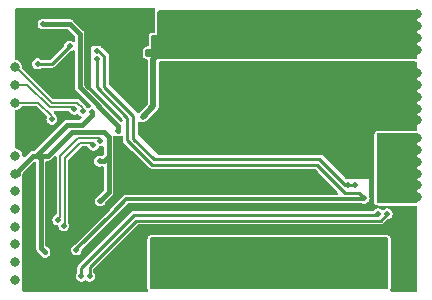
<source format=gbr>
%TF.GenerationSoftware,KiCad,Pcbnew,7.0.9*%
%TF.CreationDate,2024-04-04T22:54:04+08:00*%
%TF.ProjectId,power_module_v0.1,706f7765-725f-46d6-9f64-756c655f7630,rev?*%
%TF.SameCoordinates,Original*%
%TF.FileFunction,Copper,L3,Inr*%
%TF.FilePolarity,Positive*%
%FSLAX46Y46*%
G04 Gerber Fmt 4.6, Leading zero omitted, Abs format (unit mm)*
G04 Created by KiCad (PCBNEW 7.0.9) date 2024-04-04 22:54:04*
%MOMM*%
%LPD*%
G01*
G04 APERTURE LIST*
%TA.AperFunction,NonConductor*%
%ADD10C,0.200000*%
%TD*%
%TA.AperFunction,ViaPad*%
%ADD11C,0.800000*%
%TD*%
%TA.AperFunction,ViaPad*%
%ADD12C,0.500000*%
%TD*%
%TA.AperFunction,Conductor*%
%ADD13C,0.200000*%
%TD*%
%TA.AperFunction,Conductor*%
%ADD14C,0.250000*%
%TD*%
%TA.AperFunction,Conductor*%
%ADD15C,0.400000*%
%TD*%
%TA.AperFunction,Conductor*%
%ADD16C,0.300000*%
%TD*%
%TA.AperFunction,Conductor*%
%ADD17C,0.500000*%
%TD*%
G04 APERTURE END LIST*
D10*
X116916228Y-102500000D02*
G75*
G03*
X116916228Y-102500000I-316228J0D01*
G01*
D11*
%TO.N,Net-(U1-NRST)*%
X116600000Y-98000000D03*
D12*
X119700000Y-99400000D03*
%TO.N,GNDA*%
X148600000Y-96000000D03*
X137570000Y-108630000D03*
X145070000Y-108630000D03*
X144850000Y-98250000D03*
X120630000Y-112860000D03*
X135850000Y-102000000D03*
X136600000Y-95250000D03*
X137350000Y-101250000D03*
X126800000Y-95600000D03*
X139600000Y-101250000D03*
X138100000Y-104000000D03*
X134340000Y-106800000D03*
X126200000Y-104350000D03*
X128700000Y-101700000D03*
X149350000Y-95250000D03*
X124400000Y-113700000D03*
X143350000Y-101250000D03*
X126800000Y-93800000D03*
X140350000Y-102000000D03*
X147100000Y-97500000D03*
X136600000Y-98250000D03*
X149350000Y-96000000D03*
X134600000Y-96000000D03*
X134350000Y-99750000D03*
X138850000Y-104000000D03*
X124200000Y-90500000D03*
X117740000Y-107130000D03*
X134350000Y-104750000D03*
X138850000Y-105500000D03*
X136590000Y-106800000D03*
X139600000Y-100500000D03*
X117650000Y-98850000D03*
X134600000Y-96750000D03*
X136600000Y-99750000D03*
X136600000Y-102000000D03*
X138100000Y-99000000D03*
X133600000Y-104750000D03*
X144850000Y-103500000D03*
X141850000Y-104750000D03*
X121250000Y-99100000D03*
X142600000Y-100500000D03*
X139600000Y-104000000D03*
X122250000Y-91000000D03*
X137350000Y-99750000D03*
X141850000Y-99000000D03*
X129000000Y-95400000D03*
X138850000Y-95250000D03*
X139600000Y-97500000D03*
X138850000Y-104750000D03*
X122800000Y-96650000D03*
X142600000Y-97500000D03*
X138100000Y-100500000D03*
X148600000Y-95250000D03*
X138100000Y-104000000D03*
X123000000Y-90500000D03*
X125800000Y-102000000D03*
X126200000Y-96200000D03*
X119850000Y-105049500D03*
X120550000Y-92400000D03*
X146350000Y-98250000D03*
X128100000Y-100750000D03*
X138100000Y-104750000D03*
X135100000Y-104000000D03*
X137350000Y-100500000D03*
X130400000Y-96000000D03*
X122000000Y-103300000D03*
X135850000Y-98250000D03*
X124250000Y-91600000D03*
X136600000Y-104750000D03*
X135100000Y-97500000D03*
X135570000Y-108630000D03*
X117480000Y-104760000D03*
X138850000Y-97500000D03*
X137350000Y-104000000D03*
X137340000Y-106800000D03*
X144850000Y-101250000D03*
X136600000Y-104000000D03*
X141100000Y-104000000D03*
X125950000Y-113600000D03*
X122800000Y-113700000D03*
X147100000Y-96000000D03*
X125230000Y-107980000D03*
X134570000Y-108630000D03*
X144100000Y-96750000D03*
X121442984Y-102900000D03*
X124100000Y-111500000D03*
X144840000Y-106800000D03*
X126200000Y-103700000D03*
X136600000Y-99000000D03*
D11*
X116600000Y-102500000D03*
D12*
X119400000Y-96400000D03*
X122418886Y-91631114D03*
X126205014Y-105550500D03*
X136570000Y-108630000D03*
X148600000Y-99000000D03*
X122200000Y-109000000D03*
X141570000Y-108630000D03*
X140350000Y-100500000D03*
X137350000Y-104750000D03*
X143350000Y-102000000D03*
X142600000Y-98250000D03*
X135850000Y-104000000D03*
X141100000Y-102000000D03*
X141100000Y-101250000D03*
X143350000Y-95250000D03*
X121400000Y-95000000D03*
X135100000Y-104750000D03*
X146350000Y-96000000D03*
X144050000Y-103450000D03*
X133570000Y-108630000D03*
D11*
X150600000Y-99500000D03*
D12*
X132100000Y-95400000D03*
X144100000Y-96000000D03*
X140350000Y-101250000D03*
X140350000Y-97500000D03*
X117000000Y-99600000D03*
X140570000Y-108630000D03*
X139600000Y-104000000D03*
X126200000Y-95000000D03*
X125600000Y-94400000D03*
X121100000Y-109400000D03*
X143350000Y-105500000D03*
X126150000Y-109500000D03*
X138850000Y-99750000D03*
X140350000Y-95250000D03*
X134350000Y-100500000D03*
X122700000Y-94000000D03*
X148600000Y-96750000D03*
X138570000Y-108630000D03*
X121700000Y-90500000D03*
X135100000Y-100500000D03*
X140350000Y-99750000D03*
X135100000Y-99750000D03*
X141850000Y-95250000D03*
X138100000Y-105500000D03*
X142600000Y-105500000D03*
X120750000Y-97250000D03*
X134350000Y-104000000D03*
X133590000Y-106800000D03*
X142600000Y-104750000D03*
X147850000Y-96750000D03*
X134350000Y-101250000D03*
X117200000Y-90500000D03*
X137350000Y-99000000D03*
X125600000Y-96200000D03*
X135850000Y-104000000D03*
X136600000Y-104000000D03*
X140350000Y-104750000D03*
X138100000Y-98250000D03*
X121350000Y-92400000D03*
X121400000Y-96700000D03*
X144850000Y-102000000D03*
X148600000Y-99750000D03*
X133600000Y-105500000D03*
X122699500Y-93200000D03*
X126200000Y-106900000D03*
X141840000Y-106800000D03*
X133600000Y-101250000D03*
X137350000Y-102000000D03*
X147100000Y-96750000D03*
X120100000Y-96400000D03*
X136600000Y-105500000D03*
X139600000Y-99750000D03*
X141100000Y-97500000D03*
X138850000Y-98250000D03*
X145350000Y-105000000D03*
X126200000Y-103100000D03*
X135850000Y-105500000D03*
X138100000Y-105500000D03*
X117325000Y-92175000D03*
X117850000Y-94000000D03*
X126800000Y-95000000D03*
X137350000Y-104750000D03*
X143570000Y-108630000D03*
X149350000Y-99000000D03*
X126500000Y-96700000D03*
D11*
X150600000Y-95500000D03*
D12*
X144850000Y-102750000D03*
X126150000Y-110400000D03*
X137350000Y-104000000D03*
X138100000Y-97500000D03*
X117680000Y-99600000D03*
X137350000Y-105500000D03*
X124250000Y-92350000D03*
X129000000Y-96000000D03*
X121400000Y-95700000D03*
X135850000Y-95250000D03*
X138850000Y-99000000D03*
X140350000Y-104000000D03*
X146350000Y-96750000D03*
X136600000Y-101250000D03*
X122200000Y-108200000D03*
X126200000Y-93800000D03*
X144100000Y-95250000D03*
X138850000Y-100500000D03*
X142600000Y-96750000D03*
X135100000Y-102000000D03*
X140340000Y-106800000D03*
X141100000Y-99000000D03*
X135850000Y-101250000D03*
X122100000Y-113700000D03*
X137350000Y-97500000D03*
X121100000Y-110200000D03*
X146350000Y-95250000D03*
X122950000Y-92400000D03*
X144100000Y-100500000D03*
X119990000Y-109590000D03*
X147850000Y-97500000D03*
X142570000Y-108630000D03*
X119450498Y-103255169D03*
X141850000Y-96000000D03*
X122000000Y-102500000D03*
X138840000Y-106800000D03*
X144850000Y-95250000D03*
X141100000Y-99750000D03*
X145600000Y-95250000D03*
X121400000Y-97300000D03*
X139570000Y-108630000D03*
X125600000Y-93800000D03*
X138100000Y-104000000D03*
X149350000Y-97500000D03*
X119700000Y-113700000D03*
X120020000Y-110390000D03*
X145600000Y-99000000D03*
X147100000Y-99000000D03*
X135840000Y-106800000D03*
X117000000Y-98850000D03*
X135100000Y-101250000D03*
X147850000Y-98250000D03*
X125100000Y-113700000D03*
X138100000Y-102000000D03*
X126200000Y-94400000D03*
X142600000Y-99750000D03*
X139600000Y-98250000D03*
X125600000Y-91400000D03*
X147100000Y-95250000D03*
X118900000Y-113700000D03*
X144320000Y-108630000D03*
X141090000Y-106800000D03*
X134350000Y-102000000D03*
X136600000Y-104000000D03*
X142600000Y-95250000D03*
X121450000Y-112870000D03*
X143350000Y-98250000D03*
X149350000Y-99750000D03*
X129800000Y-95400000D03*
X123600000Y-113700000D03*
X125780000Y-107390000D03*
X120600000Y-90500000D03*
X126150000Y-111750000D03*
X137350000Y-104000000D03*
X147850000Y-99750000D03*
X145600000Y-99750000D03*
X118070000Y-109180000D03*
X142590000Y-106800000D03*
X138100000Y-95250000D03*
X139600000Y-104750000D03*
X147850000Y-99000000D03*
X118100000Y-113700000D03*
X126800000Y-96200000D03*
X143350000Y-96000000D03*
X143340000Y-106800000D03*
X121300000Y-113700000D03*
X125600000Y-95600000D03*
X135100000Y-105500000D03*
X145350000Y-104000000D03*
X144850000Y-97500000D03*
X147850000Y-95250000D03*
X130400000Y-95400000D03*
X144100000Y-102000000D03*
X144100000Y-98250000D03*
X139600000Y-99000000D03*
X145600000Y-96000000D03*
X139600000Y-102000000D03*
X141100000Y-105500000D03*
X147850000Y-96000000D03*
X144100000Y-101250000D03*
X141850000Y-105500000D03*
X145600000Y-97500000D03*
X142600000Y-102000000D03*
X138100000Y-99750000D03*
D11*
X150600000Y-98500000D03*
D12*
X119427657Y-105542937D03*
X141100000Y-95250000D03*
X141850000Y-99750000D03*
X125650000Y-110000000D03*
X118060000Y-104170000D03*
X138100000Y-104750000D03*
X125300000Y-102800000D03*
X125600000Y-95000000D03*
X141100000Y-104000000D03*
X141850000Y-101250000D03*
X117200000Y-92900000D03*
X138090000Y-106800000D03*
X138850000Y-101250000D03*
X137350000Y-95250000D03*
X129800000Y-94800000D03*
X138100000Y-101250000D03*
X118070000Y-103510000D03*
X140350000Y-98250000D03*
X118300000Y-90500000D03*
X144090000Y-106800000D03*
X123680000Y-112080000D03*
X142600000Y-99000000D03*
X131500000Y-95400000D03*
X136600000Y-97500000D03*
X144800000Y-105000000D03*
X121500000Y-108450000D03*
X124610000Y-106700000D03*
X125600000Y-90500000D03*
X149350000Y-98250000D03*
D11*
X150600000Y-97500000D03*
D12*
X124646256Y-108485630D03*
X125200000Y-110450000D03*
X141100000Y-104750000D03*
X144100000Y-99750000D03*
X146350000Y-99000000D03*
X126150000Y-111000000D03*
X149350000Y-96750000D03*
X135100000Y-98250000D03*
X145400000Y-106800000D03*
X144850000Y-100500000D03*
X140350000Y-99000000D03*
X135850000Y-97500000D03*
X126100000Y-113000000D03*
X133600000Y-102000000D03*
X142600000Y-96000000D03*
X125300000Y-102200000D03*
X118000000Y-100950000D03*
X119400000Y-95800000D03*
X132850000Y-96000000D03*
X142600000Y-101250000D03*
X141850000Y-96750000D03*
X127450000Y-100750000D03*
X126200000Y-95600000D03*
X128700000Y-100750000D03*
X129000000Y-94800000D03*
X123500000Y-92800000D03*
X120500000Y-113700000D03*
X143350000Y-99000000D03*
X141850000Y-104000000D03*
X130400000Y-94800000D03*
X119512640Y-107770232D03*
X143350000Y-99750000D03*
X135850000Y-104750000D03*
X141850000Y-100500000D03*
X143600000Y-102850000D03*
X124700000Y-110900000D03*
X138850000Y-102000000D03*
X141850000Y-97500000D03*
X143350000Y-100500000D03*
X145600000Y-98250000D03*
X141850000Y-102000000D03*
X125900000Y-96700000D03*
X123200000Y-109800000D03*
X135850000Y-99000000D03*
X146350000Y-97500000D03*
X126150000Y-112350000D03*
X140350000Y-105500000D03*
X125300000Y-101500000D03*
X139600000Y-105500000D03*
X135090000Y-106800000D03*
X119500000Y-90500000D03*
X135850000Y-100500000D03*
X120800000Y-96700000D03*
X123000000Y-91300000D03*
X126200000Y-104948977D03*
X133600000Y-104000000D03*
X129800000Y-96000000D03*
X144850000Y-96000000D03*
X148600000Y-98250000D03*
X136600000Y-100500000D03*
X144850000Y-99000000D03*
X147100000Y-98250000D03*
X137350000Y-98250000D03*
X144100000Y-97500000D03*
X118100916Y-106476196D03*
X148600000Y-97500000D03*
X146350000Y-99750000D03*
X143350000Y-96750000D03*
X133600000Y-100500000D03*
X123500000Y-93600497D03*
X126800000Y-94400000D03*
X145600000Y-96750000D03*
X144850000Y-99750000D03*
X139600000Y-95250000D03*
X139590000Y-106800000D03*
X121390000Y-94100000D03*
D11*
X150600000Y-96500000D03*
D12*
X133850000Y-96000000D03*
X135850000Y-99750000D03*
X144850000Y-101250000D03*
X141850000Y-98250000D03*
X144550000Y-104050000D03*
X122700000Y-110300000D03*
X127400000Y-94800000D03*
X120049445Y-95791374D03*
X143350000Y-97500000D03*
X117850000Y-92900000D03*
X138850000Y-104000000D03*
X141100000Y-98250000D03*
X134350000Y-105500000D03*
X140350000Y-104000000D03*
X117200000Y-94000000D03*
X144100000Y-99000000D03*
X126200000Y-102450497D03*
X147100000Y-99750000D03*
X144850000Y-96750000D03*
X141100000Y-100500000D03*
%TO.N,+5VA*%
X125300000Y-100400000D03*
X118950000Y-91350000D03*
%TO.N,Net-(U2-VSEN+)*%
X132600000Y-111250000D03*
X129600000Y-112000000D03*
X134850000Y-112000000D03*
X147600000Y-113500000D03*
X146850000Y-112750000D03*
X134850000Y-112750000D03*
X128600000Y-109750000D03*
X131100000Y-112000000D03*
X146350000Y-110500000D03*
X133350000Y-112000000D03*
X140100000Y-112750000D03*
X131850000Y-109750000D03*
X146850000Y-113500000D03*
X147850000Y-111250000D03*
X137850000Y-113500000D03*
X147850000Y-110500000D03*
X144600000Y-109750000D03*
X140100000Y-113500000D03*
X147100000Y-110500000D03*
X121770332Y-110461723D03*
X136350000Y-113500000D03*
X134850000Y-113500000D03*
X138600000Y-112000000D03*
X146100000Y-113500000D03*
X132600000Y-112750000D03*
X141600000Y-113500000D03*
X131100000Y-113500000D03*
X144600000Y-113500000D03*
X131100000Y-112750000D03*
X134850000Y-111250000D03*
X145350000Y-113500000D03*
X131850000Y-112000000D03*
X128600000Y-110500000D03*
X132600000Y-110500000D03*
X137850000Y-112000000D03*
X137100000Y-113500000D03*
X143100000Y-113500000D03*
X130350000Y-112000000D03*
X147850000Y-109750000D03*
X133350000Y-109750000D03*
X130350000Y-110500000D03*
X133350000Y-112750000D03*
X142350000Y-113500000D03*
X146100000Y-112750000D03*
X143100000Y-112750000D03*
X134100000Y-112000000D03*
X138600000Y-109750000D03*
X129600000Y-109750000D03*
X131100000Y-110500000D03*
X142350000Y-109750000D03*
X132600000Y-113500000D03*
X142350000Y-112000000D03*
X130350000Y-112750000D03*
X146100000Y-112000000D03*
X140850000Y-109750000D03*
X131100000Y-111250000D03*
X133350000Y-111250000D03*
X141600000Y-109750000D03*
X134100000Y-109750000D03*
X129600000Y-112750000D03*
X132600000Y-112000000D03*
X147600000Y-112000000D03*
X135600000Y-112000000D03*
X134100000Y-110500000D03*
X134100000Y-112750000D03*
X136350000Y-111250000D03*
X139350000Y-113500000D03*
X143850000Y-109750000D03*
X131850000Y-110500000D03*
X139350000Y-112000000D03*
X129600000Y-110500000D03*
X128600000Y-112000000D03*
X146144500Y-106100000D03*
X144600000Y-112000000D03*
X128600000Y-113500000D03*
X145350000Y-112000000D03*
X131850000Y-112750000D03*
X134100000Y-111250000D03*
X145350000Y-109750000D03*
X143100000Y-109750000D03*
X143850000Y-112000000D03*
X131850000Y-111250000D03*
X143100000Y-112000000D03*
X137850000Y-109750000D03*
X146350000Y-111250000D03*
X132600000Y-109750000D03*
X137850000Y-112750000D03*
X147100000Y-109750000D03*
X147100000Y-111250000D03*
X140850000Y-112000000D03*
X131850000Y-113500000D03*
X140850000Y-113500000D03*
X140100000Y-112000000D03*
X129600000Y-113500000D03*
X133350000Y-110500000D03*
X137100000Y-112750000D03*
X136350000Y-112750000D03*
X130350000Y-109750000D03*
X141600000Y-112750000D03*
X140850000Y-112750000D03*
X142350000Y-112750000D03*
X138600000Y-113500000D03*
X139364224Y-112741396D03*
X130350000Y-111250000D03*
X137100000Y-112000000D03*
X143850000Y-112750000D03*
X134100000Y-113500000D03*
X130350000Y-113500000D03*
X139350000Y-109750000D03*
X144600000Y-112750000D03*
X138600000Y-112750000D03*
X131100000Y-109750000D03*
X146350000Y-109750000D03*
X128600000Y-112750000D03*
X129600000Y-111250000D03*
X141600000Y-112000000D03*
X146850000Y-112000000D03*
X135600000Y-113500000D03*
X136350000Y-112000000D03*
X139999503Y-109750000D03*
X145350000Y-112750000D03*
X123500000Y-94300000D03*
X147600000Y-112750000D03*
X135600000Y-111250000D03*
X135600000Y-112750000D03*
X128600000Y-111250000D03*
X133350000Y-113500000D03*
X143850000Y-113500000D03*
%TO.N,VCC*%
X141850000Y-93750000D03*
X127400000Y-99200000D03*
X144850000Y-90750000D03*
X132850000Y-90750000D03*
X138100000Y-92250000D03*
X149350000Y-92250000D03*
X145600000Y-92250000D03*
X135850000Y-90750000D03*
X144100000Y-93750000D03*
X147850000Y-93750000D03*
X138850000Y-90750000D03*
X148600000Y-93750000D03*
X136600000Y-90750000D03*
X144850000Y-91500000D03*
X141100000Y-92250000D03*
X130200000Y-93800000D03*
X144100000Y-92250000D03*
X136600000Y-92250000D03*
X142600000Y-92250000D03*
X141850000Y-92250000D03*
X144850000Y-93750000D03*
X138850000Y-92250000D03*
X132100000Y-93000000D03*
X135850000Y-92250000D03*
X138850000Y-91500000D03*
X146350000Y-93750000D03*
X140350000Y-90750000D03*
X149350000Y-93750000D03*
X148600000Y-91500000D03*
X130600000Y-90750000D03*
X144100000Y-93000000D03*
X137350000Y-90750000D03*
X129100000Y-90750000D03*
X147100000Y-91500000D03*
X143350000Y-93000000D03*
X148600000Y-90750000D03*
X142600000Y-93000000D03*
X133600000Y-90750000D03*
X135850000Y-91500000D03*
D11*
X150600000Y-93500000D03*
D12*
X132100000Y-91500000D03*
X147850000Y-92250000D03*
X144100000Y-90750000D03*
X145600000Y-93750000D03*
X135100000Y-90750000D03*
X129850000Y-90750000D03*
X131350000Y-91500000D03*
X149350000Y-90750000D03*
X143350000Y-92250000D03*
X145600000Y-90750000D03*
X132100000Y-92250000D03*
X135100000Y-92250000D03*
X146350000Y-90750000D03*
X141850000Y-93000000D03*
X145600000Y-93000000D03*
X134350000Y-92250000D03*
X134350000Y-91500000D03*
X145600000Y-91500000D03*
D11*
X150600000Y-90500000D03*
D12*
X144100000Y-91500000D03*
X137350000Y-91500000D03*
X147100000Y-93000000D03*
X128100000Y-93800000D03*
X129850000Y-91500000D03*
X133600000Y-92250000D03*
X133600000Y-91500000D03*
X134350000Y-90750000D03*
X137350000Y-92250000D03*
X143350000Y-93750000D03*
X138100000Y-91500000D03*
X142600000Y-91500000D03*
X140350000Y-91500000D03*
D11*
X150600000Y-92500000D03*
D12*
X147100000Y-93750000D03*
X132100000Y-90750000D03*
X128800000Y-93800000D03*
X139600000Y-92250000D03*
X146350000Y-92250000D03*
X143350000Y-91500000D03*
X147850000Y-93000000D03*
X132850000Y-91500000D03*
X129100000Y-91500000D03*
X140350000Y-92250000D03*
X142600000Y-93750000D03*
X149350000Y-91500000D03*
X148600000Y-92250000D03*
X144850000Y-93000000D03*
X149350000Y-93000000D03*
X141850000Y-90750000D03*
X146350000Y-91500000D03*
X143350000Y-90750000D03*
X141100000Y-91500000D03*
X142600000Y-90750000D03*
X141850000Y-91500000D03*
X148600000Y-93000000D03*
X139600000Y-90750000D03*
X146350000Y-93000000D03*
X131350000Y-90750000D03*
X147100000Y-90750000D03*
X139600000Y-91500000D03*
X147850000Y-91500000D03*
X129500000Y-93800000D03*
X141100000Y-90750000D03*
X144850000Y-92250000D03*
X130600000Y-91500000D03*
X138100000Y-90750000D03*
X135100000Y-91500000D03*
X136600000Y-91500000D03*
X147100000Y-92250000D03*
D11*
X150600000Y-91500000D03*
D12*
X147850000Y-90750000D03*
X132850000Y-92250000D03*
%TO.N,+3.3V*%
X118500000Y-102500000D03*
X118500000Y-94700000D03*
X119130000Y-110660000D03*
D11*
X116600000Y-104000000D03*
D12*
X123790000Y-106300000D03*
X121200000Y-93200000D03*
X123100000Y-98790000D03*
X123742333Y-102953937D03*
D11*
X116600000Y-104000000D03*
D12*
%TO.N,I2C0_SCL*%
X123809998Y-101226361D03*
X120200000Y-107900000D03*
D11*
X116600000Y-111500000D03*
%TO.N,UART_TXD*%
X116600000Y-105500000D03*
%TO.N,UART_RXD*%
X116600000Y-107000000D03*
D12*
%TO.N,I2C0_SDA*%
X123224500Y-101609109D03*
X120711349Y-108434212D03*
D11*
X116600000Y-113000000D03*
D12*
%TO.N,Net-(U3-Vin-)*%
X147300000Y-107400000D03*
X122200000Y-112700000D03*
%TO.N,Net-(U3-Vin+)*%
X148100000Y-107400000D03*
X122899503Y-112700000D03*
%TO.N,/VOUT*%
X148600000Y-104000000D03*
X148600000Y-104750000D03*
X148600000Y-106250000D03*
X149350000Y-103250000D03*
X147850000Y-102500000D03*
D11*
X150600000Y-103000000D03*
D12*
X147850000Y-104750000D03*
X147850000Y-105500000D03*
X147850000Y-101750000D03*
X147850000Y-104000000D03*
X149350000Y-102500000D03*
D11*
X150600000Y-106000000D03*
D12*
X149350000Y-104750000D03*
X148600000Y-102500000D03*
D11*
X150600000Y-105000000D03*
D12*
X148600000Y-103250000D03*
X147950497Y-101000000D03*
X149350000Y-104000000D03*
X147850000Y-106250000D03*
X149350000Y-106250000D03*
D11*
X150600000Y-101000000D03*
D12*
X147850000Y-103250000D03*
D11*
X150600000Y-102000000D03*
D12*
X149350000Y-105500000D03*
X148600000Y-101000000D03*
X149350000Y-101000000D03*
X148600000Y-101750000D03*
X148600000Y-105500000D03*
D11*
X150600000Y-104000000D03*
D12*
X149350000Y-101750000D03*
D11*
%TO.N,GPIO2*%
X116600000Y-108500000D03*
%TO.N,GPIO3*%
X116600000Y-110000000D03*
D12*
%TO.N,SWDIO*%
X122300000Y-98700000D03*
D11*
X116600000Y-95000000D03*
%TO.N,SWCLK*%
X116600000Y-96500000D03*
D12*
X121617128Y-98549500D03*
%TD*%
D13*
%TO.N,Net-(U1-NRST)*%
X118568628Y-98000000D02*
X116700000Y-98000000D01*
X119700000Y-99400000D02*
X119700000Y-99131372D01*
X119700000Y-99131372D02*
X118568628Y-98000000D01*
D14*
%TO.N,GNDA*%
X124100000Y-96663604D02*
X124100000Y-94086827D01*
X124100000Y-94086827D02*
X123613670Y-93600497D01*
X128336396Y-102800000D02*
X126568198Y-101031802D01*
X145350000Y-105000000D02*
X144523223Y-105000000D01*
X123613670Y-93600497D02*
X123500000Y-93600497D01*
X126568198Y-101031802D02*
X126568198Y-99131802D01*
X144523223Y-105000000D02*
X142323223Y-102800000D01*
X126568198Y-99131802D02*
X124100000Y-96663604D01*
X142323223Y-102800000D02*
X128336396Y-102800000D01*
D15*
%TO.N,+5VA*%
X125300000Y-99950000D02*
X125300000Y-100400000D01*
X122050000Y-92180761D02*
X122050000Y-96700000D01*
X118950000Y-91350000D02*
X121219239Y-91350000D01*
X122050000Y-96700000D02*
X125300000Y-99950000D01*
X121219239Y-91350000D02*
X122050000Y-92180761D01*
D14*
%TO.N,Net-(U2-VSEN+)*%
X123500000Y-96700000D02*
X123500000Y-94322263D01*
D16*
X146094500Y-106150000D02*
X126008529Y-106150000D01*
D14*
X128150000Y-103250000D02*
X126100000Y-101200000D01*
D16*
X146144500Y-106100000D02*
X146094500Y-106150000D01*
D14*
X145694500Y-105650000D02*
X144536827Y-105650000D01*
D16*
X124851471Y-107300000D02*
X121770332Y-110381139D01*
D14*
X126100000Y-99300000D02*
X123500000Y-96700000D01*
D16*
X124858529Y-107300000D02*
X124851471Y-107300000D01*
D14*
X144536827Y-105650000D02*
X142136827Y-103250000D01*
D16*
X121770332Y-110381139D02*
X121770332Y-110461723D01*
X126008529Y-106150000D02*
X124858529Y-107300000D01*
D14*
X126100000Y-101200000D02*
X126100000Y-99300000D01*
X142136827Y-103250000D02*
X128150000Y-103250000D01*
X146144500Y-106100000D02*
X145694500Y-105650000D01*
D17*
%TO.N,VCC*%
X128300000Y-98300000D02*
X128300000Y-94300000D01*
X127400000Y-99200000D02*
X128300000Y-98300000D01*
X128300000Y-94300000D02*
X128800000Y-93800000D01*
D14*
X128600000Y-94000000D02*
X128800000Y-93800000D01*
D15*
%TO.N,+3.3V*%
X121375000Y-100500000D02*
X124100000Y-100500000D01*
X124500000Y-102553937D02*
X124100000Y-102953937D01*
X118500000Y-102350000D02*
X121000000Y-99850000D01*
D14*
X119700000Y-94700000D02*
X118500000Y-94700000D01*
D15*
X119375000Y-102500000D02*
X121375000Y-100500000D01*
X123100000Y-99000000D02*
X123100000Y-98790000D01*
X118500000Y-102500000D02*
X118750000Y-102750000D01*
X121000000Y-99850000D02*
X122250000Y-99850000D01*
D14*
X121200000Y-93200000D02*
X119700000Y-94700000D01*
D15*
X124500000Y-105590000D02*
X123790000Y-106300000D01*
X118750000Y-110280000D02*
X119130000Y-110660000D01*
X118500000Y-102500000D02*
X118500000Y-102350000D01*
X124100000Y-102953937D02*
X123742333Y-102953937D01*
X118100000Y-102500000D02*
X116800000Y-103800000D01*
X122250000Y-99850000D02*
X123100000Y-99000000D01*
X124500000Y-100900000D02*
X124500000Y-102553937D01*
X118500000Y-102500000D02*
X118100000Y-102500000D01*
X116800000Y-103800000D02*
X116800000Y-104000000D01*
X124100000Y-100500000D02*
X124500000Y-100900000D01*
D13*
X123790000Y-106290000D02*
X123790000Y-106300000D01*
D15*
X118500000Y-102500000D02*
X119375000Y-102500000D01*
X118750000Y-102750000D02*
X118750000Y-110280000D01*
X124500000Y-102553937D02*
X124500000Y-105590000D01*
D13*
%TO.N,I2C0_SCL*%
X120400000Y-102500000D02*
X121900000Y-101000000D01*
X120200000Y-107900000D02*
X120400000Y-107700000D01*
X123809998Y-101109998D02*
X123809998Y-101226361D01*
X123700000Y-101000000D02*
X123809998Y-101109998D01*
X121900000Y-101000000D02*
X123700000Y-101000000D01*
X120400000Y-107700000D02*
X120400000Y-102500000D01*
%TO.N,I2C0_SDA*%
X120711349Y-108434212D02*
X120800000Y-108345561D01*
D14*
X123209109Y-101609109D02*
X123224500Y-101609109D01*
D13*
X123015391Y-101400000D02*
X123224500Y-101609109D01*
X122100000Y-101400000D02*
X123015391Y-101400000D01*
D14*
X123200000Y-101600000D02*
X123209109Y-101609109D01*
D13*
X120800000Y-102700000D02*
X122100000Y-101400000D01*
X120800000Y-108345561D02*
X120800000Y-102700000D01*
D14*
%TO.N,Net-(U3-Vin-)*%
X122188419Y-111975185D02*
X122188419Y-112683937D01*
X126663604Y-107500000D02*
X122188419Y-111975185D01*
X147300000Y-107400000D02*
X147200000Y-107500000D01*
X147200000Y-107500000D02*
X126663604Y-107500000D01*
%TO.N,Net-(U3-Vin+)*%
X123000000Y-112700000D02*
X122899503Y-112700000D01*
X126825000Y-107975000D02*
X122899503Y-111900497D01*
X123025000Y-112675000D02*
X123000000Y-112700000D01*
X147538173Y-107975000D02*
X126825000Y-107975000D01*
X122899503Y-111900497D02*
X122899503Y-112700000D01*
X148100000Y-107413173D02*
X147538173Y-107975000D01*
X148100000Y-107400000D02*
X148100000Y-107413173D01*
D13*
%TO.N,SWDIO*%
X121845446Y-98000000D02*
X119700000Y-98000000D01*
X119700000Y-98000000D02*
X116700000Y-95000000D01*
X122300000Y-98454554D02*
X121845446Y-98000000D01*
X122300000Y-98700000D02*
X122300000Y-98454554D01*
%TO.N,SWCLK*%
X121617128Y-98549500D02*
X121467628Y-98400000D01*
X121467628Y-98400000D02*
X119534314Y-98400000D01*
X117634314Y-96500000D02*
X116700000Y-96500000D01*
X119534314Y-98400000D02*
X117634314Y-96500000D01*
%TD*%
%TA.AperFunction,Conductor*%
%TO.N,VCC*%
G36*
X150475540Y-90189964D02*
G01*
X150542569Y-90209667D01*
X150588309Y-90262484D01*
X150599500Y-90313963D01*
X150599500Y-94179998D01*
X150579815Y-94247037D01*
X150527011Y-94292792D01*
X150475500Y-94303998D01*
X128214188Y-94303998D01*
X128147149Y-94284313D01*
X128101394Y-94231509D01*
X128090188Y-94179998D01*
X128090188Y-94123998D01*
X127754188Y-94123998D01*
X127687149Y-94104313D01*
X127641394Y-94051509D01*
X127630188Y-93999998D01*
X127630188Y-93567998D01*
X127649873Y-93500959D01*
X127702677Y-93455204D01*
X127754188Y-93443998D01*
X128100188Y-93443998D01*
X128100188Y-92407998D01*
X128119873Y-92340959D01*
X128172677Y-92295204D01*
X128224188Y-92283998D01*
X128640188Y-92283998D01*
X128640188Y-90307998D01*
X128659873Y-90240959D01*
X128712677Y-90195204D01*
X128764188Y-90183998D01*
X129550188Y-90183998D01*
X150475540Y-90189964D01*
G37*
%TD.AperFunction*%
%TD*%
%TA.AperFunction,Conductor*%
%TO.N,GNDA*%
G36*
X150542539Y-94529183D02*
G01*
X150588294Y-94581987D01*
X150599500Y-94633498D01*
X150599500Y-100245682D01*
X150579815Y-100312721D01*
X150527011Y-100358476D01*
X150475682Y-100369682D01*
X147894457Y-100373477D01*
X147323511Y-100374317D01*
X147301744Y-100376682D01*
X147279973Y-100379047D01*
X147252890Y-100384960D01*
X147228653Y-100390253D01*
X147223640Y-100391480D01*
X147218628Y-100392706D01*
X147218626Y-100392707D01*
X147137916Y-100435716D01*
X147137913Y-100435718D01*
X147100308Y-100468304D01*
X147085111Y-100481472D01*
X147067159Y-100499060D01*
X147067154Y-100499066D01*
X147022511Y-100578876D01*
X147022509Y-100578881D01*
X147002826Y-100645913D01*
X147002825Y-100645918D01*
X147002825Y-100645919D01*
X146995458Y-100697159D01*
X146994500Y-100703820D01*
X146994500Y-106376007D01*
X146999197Y-106419686D01*
X147010402Y-106471193D01*
X147012889Y-106481370D01*
X147012890Y-106481373D01*
X147055900Y-106562085D01*
X147101655Y-106614889D01*
X147119246Y-106632843D01*
X147119247Y-106632844D01*
X147119249Y-106632845D01*
X147197563Y-106676651D01*
X147199063Y-106677490D01*
X147266102Y-106697175D01*
X147304963Y-106702762D01*
X147344324Y-106720739D01*
X147396223Y-106705500D01*
X148003776Y-106705500D01*
X148070815Y-106725185D01*
X148099999Y-106758865D01*
X148129184Y-106725185D01*
X148196223Y-106705500D01*
X150475500Y-106705500D01*
X150542539Y-106725185D01*
X150588294Y-106777989D01*
X150599500Y-106829500D01*
X150599500Y-113875500D01*
X150579815Y-113942539D01*
X150527011Y-113988294D01*
X150475500Y-113999500D01*
X148477862Y-113999500D01*
X148410823Y-113979815D01*
X148365068Y-113927011D01*
X148355124Y-113857853D01*
X148369641Y-113814967D01*
X148377490Y-113800937D01*
X148397175Y-113733898D01*
X148405500Y-113676000D01*
X148405500Y-109524000D01*
X148400803Y-109480316D01*
X148396535Y-109460701D01*
X148389598Y-109428807D01*
X148387110Y-109418629D01*
X148387110Y-109418627D01*
X148344100Y-109337915D01*
X148298345Y-109285111D01*
X148280756Y-109267159D01*
X148280750Y-109267154D01*
X148200940Y-109222511D01*
X148200935Y-109222509D01*
X148133903Y-109202826D01*
X148133899Y-109202825D01*
X148133898Y-109202825D01*
X148076000Y-109194500D01*
X128124000Y-109194500D01*
X128123992Y-109194500D01*
X128080313Y-109199197D01*
X128028807Y-109210402D01*
X128018629Y-109212889D01*
X128018624Y-109212891D01*
X127937916Y-109255899D01*
X127937913Y-109255901D01*
X127924921Y-109267159D01*
X127885111Y-109301655D01*
X127867159Y-109319243D01*
X127867154Y-109319249D01*
X127822511Y-109399059D01*
X127822509Y-109399064D01*
X127802826Y-109466096D01*
X127802825Y-109466101D01*
X127802825Y-109466102D01*
X127794502Y-109523992D01*
X127794500Y-109524003D01*
X127794500Y-113676007D01*
X127799197Y-113719686D01*
X127810402Y-113771193D01*
X127812889Y-113781370D01*
X127812890Y-113781373D01*
X127823315Y-113800937D01*
X127831974Y-113817185D01*
X127846130Y-113885606D01*
X127821047Y-113950818D01*
X127764690Y-113992117D01*
X127722542Y-113999500D01*
X117324000Y-113999500D01*
X117256961Y-113979815D01*
X117211206Y-113927011D01*
X117200000Y-113875500D01*
X117200000Y-113047225D01*
X117200531Y-113039124D01*
X117201188Y-113034139D01*
X117205682Y-113000000D01*
X117200530Y-112960871D01*
X117200000Y-112952773D01*
X117200000Y-112700000D01*
X121744867Y-112700000D01*
X121763302Y-112828225D01*
X121817116Y-112946059D01*
X121817118Y-112946063D01*
X121863853Y-112999999D01*
X121897754Y-113039124D01*
X121901951Y-113043967D01*
X122010931Y-113114004D01*
X122135225Y-113150499D01*
X122135227Y-113150500D01*
X122135228Y-113150500D01*
X122264773Y-113150500D01*
X122264773Y-113150499D01*
X122389069Y-113114004D01*
X122482713Y-113053822D01*
X122549752Y-113034139D01*
X122616790Y-113053823D01*
X122710434Y-113114004D01*
X122834728Y-113150499D01*
X122834730Y-113150500D01*
X122834731Y-113150500D01*
X122964276Y-113150500D01*
X122964276Y-113150499D01*
X123088572Y-113114004D01*
X123197552Y-113043967D01*
X123282385Y-112946063D01*
X123336200Y-112828226D01*
X123353360Y-112708865D01*
X123354160Y-112704971D01*
X123354262Y-112703810D01*
X123354263Y-112703807D01*
X123354262Y-112703803D01*
X123354385Y-112702412D01*
X123354636Y-112700239D01*
X123354636Y-112700000D01*
X123353077Y-112689160D01*
X123352681Y-112685735D01*
X123344259Y-112589456D01*
X123340492Y-112581378D01*
X123339924Y-112579870D01*
X123339902Y-112579881D01*
X123282386Y-112453939D01*
X123282385Y-112453938D01*
X123282385Y-112453937D01*
X123266869Y-112436030D01*
X123255288Y-112422664D01*
X123226265Y-112359108D01*
X123225003Y-112341464D01*
X123225003Y-112086685D01*
X123244688Y-112019646D01*
X123261322Y-111999004D01*
X126923507Y-108336819D01*
X126984830Y-108303334D01*
X127011188Y-108300500D01*
X147521251Y-108300500D01*
X147526654Y-108300735D01*
X147566980Y-108304264D01*
X147606113Y-108293777D01*
X147611335Y-108292619D01*
X147651218Y-108285588D01*
X147651223Y-108285584D01*
X147656272Y-108283747D01*
X147672997Y-108276819D01*
X147677854Y-108274554D01*
X147677857Y-108274554D01*
X147711014Y-108251335D01*
X147715563Y-108248438D01*
X147750628Y-108228194D01*
X147752123Y-108226413D01*
X147761710Y-108214986D01*
X147776654Y-108197176D01*
X147780294Y-108193203D01*
X148086804Y-107886694D01*
X148148124Y-107853212D01*
X148156844Y-107851639D01*
X148164763Y-107850500D01*
X148164772Y-107850500D01*
X148289069Y-107814004D01*
X148398049Y-107743967D01*
X148482882Y-107646063D01*
X148536697Y-107528226D01*
X148555133Y-107400000D01*
X148536697Y-107271774D01*
X148482882Y-107153937D01*
X148398049Y-107056033D01*
X148289069Y-106985996D01*
X148289065Y-106985994D01*
X148289064Y-106985994D01*
X148161290Y-106948477D01*
X148102512Y-106910703D01*
X148100000Y-106905203D01*
X148097489Y-106910703D01*
X148038711Y-106948477D01*
X148038710Y-106948477D01*
X147910935Y-106985994D01*
X147910932Y-106985995D01*
X147910931Y-106985996D01*
X147872332Y-107010802D01*
X147801948Y-107056034D01*
X147793713Y-107065539D01*
X147734936Y-107103314D01*
X147665066Y-107103314D01*
X147606288Y-107065540D01*
X147606287Y-107065539D01*
X147598051Y-107056034D01*
X147571738Y-107039124D01*
X147489069Y-106985996D01*
X147489065Y-106985994D01*
X147489064Y-106985994D01*
X147361290Y-106948477D01*
X147337671Y-106933298D01*
X147304958Y-106948238D01*
X147287313Y-106949500D01*
X147235226Y-106949500D01*
X147110935Y-106985994D01*
X147110932Y-106985995D01*
X147110931Y-106985996D01*
X147059677Y-107018934D01*
X147001950Y-107056033D01*
X146960982Y-107103314D01*
X146936383Y-107131702D01*
X146877607Y-107169477D01*
X146842671Y-107174500D01*
X126680515Y-107174500D01*
X126675111Y-107174264D01*
X126669780Y-107173797D01*
X126634796Y-107170736D01*
X126595703Y-107181211D01*
X126590423Y-107182382D01*
X126550558Y-107189412D01*
X126545566Y-107191229D01*
X126528721Y-107198206D01*
X126523917Y-107200446D01*
X126490767Y-107223658D01*
X126486206Y-107226564D01*
X126451152Y-107246804D01*
X126451149Y-107246806D01*
X126451147Y-107246807D01*
X126451146Y-107246809D01*
X126425127Y-107277815D01*
X126421473Y-107281803D01*
X121970222Y-111733055D01*
X121966233Y-111736710D01*
X121935224Y-111762730D01*
X121914981Y-111797791D01*
X121912075Y-111802351D01*
X121888865Y-111835498D01*
X121886625Y-111840302D01*
X121879648Y-111857146D01*
X121877829Y-111862144D01*
X121870802Y-111901996D01*
X121869631Y-111907276D01*
X121859154Y-111946376D01*
X121862683Y-111986698D01*
X121862919Y-111992105D01*
X121862919Y-112354829D01*
X121843234Y-112421868D01*
X121832634Y-112436030D01*
X121817118Y-112453937D01*
X121817117Y-112453938D01*
X121763302Y-112571774D01*
X121744867Y-112700000D01*
X117200000Y-112700000D01*
X117200000Y-111547225D01*
X117200531Y-111539124D01*
X117205682Y-111500000D01*
X117205682Y-111499999D01*
X117200531Y-111460875D01*
X117200000Y-111452773D01*
X117200000Y-110047225D01*
X117200531Y-110039124D01*
X117200867Y-110036576D01*
X117205682Y-110000000D01*
X117200530Y-109960871D01*
X117200000Y-109952773D01*
X117200000Y-108547225D01*
X117200531Y-108539124D01*
X117205682Y-108500000D01*
X117205682Y-108499999D01*
X117200531Y-108460875D01*
X117200000Y-108452773D01*
X117200000Y-107047225D01*
X117200531Y-107039124D01*
X117205682Y-107000000D01*
X117205682Y-106999999D01*
X117200531Y-106960875D01*
X117200000Y-106952773D01*
X117200000Y-105547225D01*
X117200531Y-105539124D01*
X117205682Y-105500000D01*
X117205682Y-105499999D01*
X117200531Y-105460875D01*
X117200000Y-105452773D01*
X117200000Y-104047226D01*
X117200531Y-104039126D01*
X117206144Y-103996487D01*
X117234409Y-103932590D01*
X117241390Y-103925001D01*
X118137820Y-103028571D01*
X118199142Y-102995088D01*
X118268834Y-103000072D01*
X118324767Y-103041944D01*
X118349184Y-103107408D01*
X118349500Y-103116254D01*
X118349500Y-110343429D01*
X118349501Y-110343439D01*
X118356346Y-110364507D01*
X118360887Y-110383418D01*
X118364354Y-110405304D01*
X118364355Y-110405307D01*
X118374412Y-110425045D01*
X118381857Y-110443018D01*
X118388704Y-110464090D01*
X118401726Y-110482014D01*
X118411890Y-110498600D01*
X118421950Y-110518342D01*
X118442864Y-110539256D01*
X118442878Y-110539271D01*
X118444515Y-110540908D01*
X118444516Y-110540909D01*
X118678720Y-110775112D01*
X118703831Y-110811279D01*
X118747118Y-110906063D01*
X118831951Y-111003967D01*
X118940931Y-111074004D01*
X119065225Y-111110499D01*
X119065227Y-111110500D01*
X119065228Y-111110500D01*
X119194773Y-111110500D01*
X119194773Y-111110499D01*
X119319069Y-111074004D01*
X119428049Y-111003967D01*
X119512882Y-110906063D01*
X119566697Y-110788226D01*
X119585133Y-110660000D01*
X119566697Y-110531774D01*
X119512882Y-110413937D01*
X119428049Y-110316033D01*
X119319069Y-110245996D01*
X119319068Y-110245995D01*
X119319067Y-110245995D01*
X119308198Y-110242804D01*
X119297507Y-110239665D01*
X119244761Y-110208368D01*
X119186818Y-110150424D01*
X119153334Y-110089101D01*
X119150500Y-110062744D01*
X119150500Y-103024500D01*
X119170185Y-102957461D01*
X119222989Y-102911706D01*
X119274500Y-102900500D01*
X119438431Y-102900500D01*
X119438433Y-102900500D01*
X119459501Y-102893654D01*
X119478417Y-102889112D01*
X119500304Y-102885646D01*
X119520044Y-102875586D01*
X119538011Y-102868144D01*
X119559090Y-102861296D01*
X119577026Y-102848263D01*
X119593588Y-102838114D01*
X119613342Y-102828050D01*
X119628834Y-102812557D01*
X119628841Y-102812552D01*
X119744234Y-102697159D01*
X119887820Y-102553571D01*
X119949142Y-102520088D01*
X120018833Y-102525072D01*
X120074767Y-102566943D01*
X120099184Y-102632408D01*
X120099500Y-102641254D01*
X120099500Y-107367164D01*
X120079815Y-107434203D01*
X120027011Y-107479958D01*
X120011407Y-107485777D01*
X120010934Y-107485994D01*
X119901950Y-107556033D01*
X119817118Y-107653937D01*
X119817117Y-107653938D01*
X119763302Y-107771774D01*
X119744867Y-107900000D01*
X119763302Y-108028225D01*
X119817117Y-108146061D01*
X119817118Y-108146063D01*
X119901951Y-108243967D01*
X120010931Y-108314004D01*
X120131594Y-108349433D01*
X120135225Y-108350499D01*
X120135227Y-108350500D01*
X120136733Y-108350500D01*
X120138178Y-108350924D01*
X120144005Y-108351762D01*
X120143884Y-108352599D01*
X120203772Y-108370185D01*
X120249527Y-108422989D01*
X120259471Y-108456853D01*
X120274651Y-108562437D01*
X120317729Y-108656762D01*
X120328467Y-108680275D01*
X120413300Y-108778179D01*
X120522280Y-108848216D01*
X120646574Y-108884711D01*
X120646576Y-108884712D01*
X120646577Y-108884712D01*
X120776122Y-108884712D01*
X120776122Y-108884711D01*
X120900418Y-108848216D01*
X121009398Y-108778179D01*
X121094231Y-108680275D01*
X121148046Y-108562438D01*
X121166482Y-108434212D01*
X121148046Y-108305986D01*
X121123090Y-108251341D01*
X121111706Y-108226413D01*
X121100500Y-108174901D01*
X121100500Y-102875833D01*
X121120185Y-102808794D01*
X121136819Y-102788152D01*
X122188153Y-101736819D01*
X122249476Y-101703334D01*
X122275834Y-101700500D01*
X122691291Y-101700500D01*
X122758330Y-101720185D01*
X122804085Y-101772988D01*
X122841618Y-101855172D01*
X122926451Y-101953076D01*
X123035431Y-102023113D01*
X123159725Y-102059608D01*
X123159727Y-102059609D01*
X123159728Y-102059609D01*
X123289273Y-102059609D01*
X123289273Y-102059608D01*
X123413569Y-102023113D01*
X123522549Y-101953076D01*
X123607382Y-101855172D01*
X123655710Y-101749348D01*
X123701465Y-101696545D01*
X123768504Y-101676861D01*
X123874770Y-101676861D01*
X123940566Y-101657542D01*
X124010435Y-101657542D01*
X124069213Y-101695316D01*
X124098238Y-101758872D01*
X124099500Y-101776519D01*
X124099500Y-102336680D01*
X124079815Y-102403719D01*
X124063181Y-102424361D01*
X123995954Y-102491588D01*
X123934631Y-102525073D01*
X123873339Y-102522884D01*
X123807107Y-102503437D01*
X123807105Y-102503437D01*
X123677561Y-102503437D01*
X123677559Y-102503437D01*
X123553268Y-102539931D01*
X123553265Y-102539932D01*
X123553264Y-102539933D01*
X123532040Y-102553573D01*
X123444283Y-102609970D01*
X123359451Y-102707874D01*
X123359450Y-102707875D01*
X123305635Y-102825711D01*
X123287200Y-102953937D01*
X123305635Y-103082162D01*
X123359450Y-103199998D01*
X123359451Y-103200000D01*
X123444284Y-103297904D01*
X123553264Y-103367941D01*
X123556561Y-103368909D01*
X123677558Y-103404436D01*
X123677560Y-103404437D01*
X123677561Y-103404437D01*
X123807106Y-103404437D01*
X123807106Y-103404436D01*
X123873995Y-103384796D01*
X123939911Y-103365443D01*
X123940928Y-103368909D01*
X123993012Y-103361363D01*
X124056600Y-103390318D01*
X124094439Y-103449054D01*
X124099500Y-103484120D01*
X124099500Y-105372744D01*
X124079815Y-105439783D01*
X124063181Y-105460425D01*
X123675236Y-105848369D01*
X123622494Y-105879664D01*
X123600931Y-105885996D01*
X123600930Y-105885996D01*
X123491950Y-105956033D01*
X123407118Y-106053937D01*
X123407117Y-106053938D01*
X123353302Y-106171774D01*
X123334867Y-106300000D01*
X123353302Y-106428225D01*
X123392477Y-106514004D01*
X123407118Y-106546063D01*
X123491951Y-106643967D01*
X123600931Y-106714004D01*
X123623869Y-106720739D01*
X123725225Y-106750499D01*
X123725227Y-106750500D01*
X123725228Y-106750500D01*
X123854773Y-106750500D01*
X123854773Y-106750499D01*
X123979069Y-106714004D01*
X124088049Y-106643967D01*
X124172882Y-106546063D01*
X124216167Y-106451281D01*
X124241280Y-106415112D01*
X124812552Y-105843841D01*
X124812557Y-105843834D01*
X124828050Y-105828342D01*
X124838109Y-105808598D01*
X124848269Y-105792018D01*
X124861296Y-105774089D01*
X124868142Y-105753017D01*
X124875588Y-105735043D01*
X124885645Y-105715305D01*
X124885646Y-105715304D01*
X124889112Y-105693416D01*
X124893651Y-105674510D01*
X124900500Y-105653433D01*
X124900500Y-105526567D01*
X124900500Y-102522418D01*
X124900500Y-100905856D01*
X124920185Y-100838817D01*
X124972989Y-100793062D01*
X125042147Y-100783118D01*
X125091537Y-100801540D01*
X125110931Y-100814004D01*
X125110934Y-100814005D01*
X125110933Y-100814005D01*
X125235225Y-100850499D01*
X125235227Y-100850500D01*
X125235228Y-100850500D01*
X125364773Y-100850500D01*
X125364773Y-100850499D01*
X125489069Y-100814004D01*
X125508962Y-100801219D01*
X125575999Y-100781535D01*
X125643039Y-100801219D01*
X125688794Y-100854023D01*
X125700000Y-100905535D01*
X125700000Y-101400000D01*
X127217896Y-102788713D01*
X127341169Y-102901495D01*
X127907863Y-103468189D01*
X127911518Y-103472178D01*
X127937541Y-103503190D01*
X127937543Y-103503191D01*
X127937545Y-103503194D01*
X127937547Y-103503195D01*
X127937548Y-103503196D01*
X127972599Y-103523433D01*
X127977162Y-103526339D01*
X128010316Y-103549554D01*
X128010319Y-103549554D01*
X128015176Y-103551820D01*
X128031933Y-103558760D01*
X128036953Y-103560587D01*
X128036955Y-103560588D01*
X128072806Y-103566909D01*
X128076808Y-103567615D01*
X128082080Y-103568783D01*
X128121193Y-103579264D01*
X128161522Y-103575735D01*
X128166924Y-103575500D01*
X141950639Y-103575500D01*
X142017678Y-103595185D01*
X142038320Y-103611819D01*
X142270238Y-103843737D01*
X143878221Y-105591545D01*
X143909124Y-105654209D01*
X143901243Y-105723633D01*
X143857079Y-105777775D01*
X143790655Y-105799445D01*
X143786966Y-105799500D01*
X126057740Y-105799500D01*
X126032294Y-105796861D01*
X126023214Y-105794957D01*
X126023213Y-105794957D01*
X126023211Y-105794957D01*
X125990590Y-105799023D01*
X125982914Y-105799500D01*
X125979487Y-105799500D01*
X125957985Y-105803088D01*
X125907135Y-105809427D01*
X125900089Y-105811524D01*
X125893147Y-105813908D01*
X125848075Y-105838300D01*
X125802043Y-105860803D01*
X125796058Y-105865075D01*
X125790275Y-105869577D01*
X125755560Y-105907287D01*
X124673424Y-106989421D01*
X124652835Y-107004123D01*
X124653344Y-107004836D01*
X124638985Y-107015086D01*
X124633217Y-107019576D01*
X124598502Y-107057287D01*
X121641591Y-110014196D01*
X121588851Y-110045490D01*
X121581269Y-110047716D01*
X121581261Y-110047720D01*
X121472282Y-110117756D01*
X121387450Y-110215660D01*
X121387449Y-110215661D01*
X121333634Y-110333497D01*
X121315199Y-110461723D01*
X121333634Y-110589948D01*
X121387449Y-110707784D01*
X121387450Y-110707786D01*
X121472283Y-110805690D01*
X121581263Y-110875727D01*
X121705557Y-110912222D01*
X121705559Y-110912223D01*
X121705560Y-110912223D01*
X121835105Y-110912223D01*
X121835105Y-110912222D01*
X121959401Y-110875727D01*
X122068381Y-110805690D01*
X122153214Y-110707786D01*
X122207029Y-110589949D01*
X122225465Y-110461723D01*
X122225464Y-110461721D01*
X122226314Y-110455815D01*
X122255339Y-110392259D01*
X122261357Y-110385794D01*
X125036572Y-107610579D01*
X125057154Y-107595886D01*
X125056645Y-107595173D01*
X125070977Y-107584939D01*
X125076783Y-107580419D01*
X125076787Y-107580418D01*
X125111486Y-107542724D01*
X126117392Y-106536819D01*
X126178715Y-106503334D01*
X126205073Y-106500500D01*
X145898886Y-106500500D01*
X145950394Y-106511704D01*
X145955428Y-106514002D01*
X145955431Y-106514004D01*
X146064617Y-106546063D01*
X146079725Y-106550499D01*
X146079727Y-106550500D01*
X146079728Y-106550500D01*
X146209273Y-106550500D01*
X146209273Y-106550499D01*
X146333569Y-106514004D01*
X146442549Y-106443967D01*
X146527382Y-106346063D01*
X146581197Y-106228226D01*
X146599633Y-106100000D01*
X146581197Y-105971774D01*
X146574008Y-105956033D01*
X146561206Y-105928000D01*
X146550000Y-105876488D01*
X146550000Y-104450000D01*
X144653235Y-104450000D01*
X144586196Y-104430315D01*
X144563335Y-104411405D01*
X142700000Y-102450000D01*
X128899357Y-102450000D01*
X128832318Y-102430315D01*
X128814144Y-102416082D01*
X127038787Y-100736690D01*
X127003612Y-100676320D01*
X127000000Y-100646608D01*
X127000000Y-99706381D01*
X127019685Y-99639342D01*
X127072489Y-99593587D01*
X127141647Y-99583643D01*
X127173589Y-99592728D01*
X127175557Y-99593587D01*
X127177691Y-99594518D01*
X127195144Y-99603858D01*
X127210927Y-99614002D01*
X127210928Y-99614003D01*
X127210930Y-99614003D01*
X127210931Y-99614004D01*
X127242118Y-99623161D01*
X127249432Y-99625819D01*
X127282084Y-99640065D01*
X127284871Y-99640378D01*
X127299939Y-99642077D01*
X127320992Y-99646320D01*
X127335227Y-99650500D01*
X127335228Y-99650500D01*
X127371217Y-99650500D01*
X127378155Y-99650889D01*
X127410050Y-99654483D01*
X127417034Y-99655270D01*
X127417034Y-99655269D01*
X127417035Y-99655270D01*
X127430820Y-99652661D01*
X127453872Y-99650500D01*
X127464772Y-99650500D01*
X127502661Y-99639374D01*
X127508595Y-99637945D01*
X127550472Y-99630023D01*
X127559388Y-99625310D01*
X127582396Y-99615963D01*
X127589069Y-99614004D01*
X127625225Y-99590766D01*
X127629773Y-99588110D01*
X127670538Y-99566566D01*
X127674870Y-99562233D01*
X127695523Y-99545590D01*
X127698049Y-99543967D01*
X127728484Y-99508842D01*
X127731488Y-99505614D01*
X128598205Y-98638896D01*
X128603373Y-98634277D01*
X128633970Y-98609879D01*
X128667480Y-98560728D01*
X128702793Y-98512882D01*
X128702794Y-98512879D01*
X128706778Y-98505341D01*
X128710474Y-98497668D01*
X128728006Y-98440827D01*
X128747645Y-98384702D01*
X128747646Y-98384700D01*
X128747646Y-98384695D01*
X128749228Y-98376336D01*
X128750500Y-98367899D01*
X128750500Y-98308426D01*
X128752724Y-98248992D01*
X128751684Y-98239761D01*
X128752513Y-98239667D01*
X128750500Y-98224366D01*
X128750500Y-94633498D01*
X128770185Y-94566459D01*
X128822989Y-94520704D01*
X128874500Y-94509498D01*
X150475500Y-94509498D01*
X150542539Y-94529183D01*
G37*
%TD.AperFunction*%
%TA.AperFunction,Conductor*%
G36*
X118459834Y-98320185D02*
G01*
X118480476Y-98336819D01*
X119250117Y-99106461D01*
X119283602Y-99167784D01*
X119278618Y-99237476D01*
X119275232Y-99245650D01*
X119263304Y-99271770D01*
X119263302Y-99271774D01*
X119244867Y-99400000D01*
X119263302Y-99528225D01*
X119314378Y-99640064D01*
X119317118Y-99646063D01*
X119401951Y-99743967D01*
X119510931Y-99814004D01*
X119635225Y-99850499D01*
X119635227Y-99850500D01*
X119635228Y-99850500D01*
X119764773Y-99850500D01*
X119764773Y-99850499D01*
X119889069Y-99814004D01*
X119998049Y-99743967D01*
X120082882Y-99646063D01*
X120136697Y-99528226D01*
X120155133Y-99400000D01*
X120136697Y-99271774D01*
X120082882Y-99153937D01*
X120082880Y-99153935D01*
X120082879Y-99153932D01*
X120011855Y-99071966D01*
X119991911Y-99030609D01*
X119989212Y-99031655D01*
X119985061Y-99020943D01*
X119985061Y-99020939D01*
X119968738Y-98994577D01*
X119964731Y-98986974D01*
X119952207Y-98958609D01*
X119952206Y-98958608D01*
X119952206Y-98958607D01*
X119947309Y-98953710D01*
X119929563Y-98931306D01*
X119925918Y-98925419D01*
X119925916Y-98925417D01*
X119923315Y-98923453D01*
X119919766Y-98918670D01*
X119918175Y-98916925D01*
X119918351Y-98916764D01*
X119881680Y-98867344D01*
X119876989Y-98797632D01*
X119910732Y-98736450D01*
X119972195Y-98703224D01*
X119998043Y-98700500D01*
X121111142Y-98700500D01*
X121178181Y-98720185D01*
X121223936Y-98772988D01*
X121234246Y-98795563D01*
X121319079Y-98893467D01*
X121428059Y-98963504D01*
X121552353Y-98999999D01*
X121552355Y-99000000D01*
X121552356Y-99000000D01*
X121681901Y-99000000D01*
X121681901Y-98999999D01*
X121806197Y-98963504D01*
X121806203Y-98963499D01*
X121812050Y-98960830D01*
X121881208Y-98950881D01*
X121944766Y-98979900D01*
X121957285Y-98992419D01*
X122001948Y-99043965D01*
X122001950Y-99043966D01*
X122001951Y-99043967D01*
X122110931Y-99114004D01*
X122149014Y-99125186D01*
X122207791Y-99162959D01*
X122236818Y-99226514D01*
X122226875Y-99295672D01*
X122201762Y-99331843D01*
X122120427Y-99413180D01*
X122059105Y-99446666D01*
X122032745Y-99449500D01*
X120936567Y-99449500D01*
X120915491Y-99456347D01*
X120896582Y-99460887D01*
X120874695Y-99464354D01*
X120854952Y-99474413D01*
X120836988Y-99481854D01*
X120815910Y-99488703D01*
X120815905Y-99488706D01*
X120797977Y-99501731D01*
X120781397Y-99511891D01*
X120761660Y-99521948D01*
X120761659Y-99521949D01*
X120739094Y-99544513D01*
X118220426Y-102063181D01*
X118159103Y-102096666D01*
X118132745Y-102099500D01*
X118036567Y-102099500D01*
X118036564Y-102099500D01*
X118036562Y-102099501D01*
X118015490Y-102106347D01*
X117996582Y-102110886D01*
X117974698Y-102114353D01*
X117974694Y-102114354D01*
X117954951Y-102124413D01*
X117936987Y-102131854D01*
X117915911Y-102138703D01*
X117897985Y-102151727D01*
X117881400Y-102161890D01*
X117861659Y-102171948D01*
X117861659Y-102171949D01*
X117839094Y-102194513D01*
X117839091Y-102194516D01*
X117432180Y-102601426D01*
X117370857Y-102634911D01*
X117301165Y-102629927D01*
X117245232Y-102588055D01*
X117220815Y-102522591D01*
X117221258Y-102504699D01*
X117221258Y-102500000D01*
X117214437Y-102443827D01*
X117203205Y-102351323D01*
X117203204Y-102351321D01*
X117203204Y-102351319D01*
X117150097Y-102211288D01*
X117150097Y-102211287D01*
X117065018Y-102088030D01*
X117065016Y-102088028D01*
X117065013Y-102088025D01*
X116952916Y-101988715D01*
X116820299Y-101919113D01*
X116694825Y-101888187D01*
X116634444Y-101853031D01*
X116602656Y-101790811D01*
X116600500Y-101767790D01*
X116600500Y-98714360D01*
X116620185Y-98647321D01*
X116672989Y-98601566D01*
X116708311Y-98591422D01*
X116756762Y-98585044D01*
X116902841Y-98524536D01*
X117028282Y-98428282D01*
X117089106Y-98349013D01*
X117145534Y-98307811D01*
X117187482Y-98300500D01*
X118392795Y-98300500D01*
X118459834Y-98320185D01*
G37*
%TD.AperFunction*%
%TA.AperFunction,Conductor*%
G36*
X128420414Y-90020185D02*
G01*
X128466169Y-90072989D01*
X128476113Y-90142147D01*
X128464553Y-90176291D01*
X128465395Y-90176645D01*
X128462697Y-90183062D01*
X128443014Y-90250094D01*
X128434688Y-90308001D01*
X128434688Y-91954498D01*
X128415003Y-92021537D01*
X128362199Y-92067292D01*
X128310688Y-92078498D01*
X128224180Y-92078498D01*
X128180501Y-92083195D01*
X128128995Y-92094400D01*
X128118817Y-92096887D01*
X128118812Y-92096889D01*
X128038104Y-92139897D01*
X128038101Y-92139899D01*
X128027319Y-92149242D01*
X127985299Y-92185653D01*
X127967347Y-92203241D01*
X127967342Y-92203247D01*
X127922699Y-92283057D01*
X127922697Y-92283062D01*
X127903014Y-92350094D01*
X127903013Y-92350099D01*
X127903013Y-92350100D01*
X127896124Y-92398015D01*
X127894688Y-92408001D01*
X127894688Y-93114498D01*
X127875003Y-93181537D01*
X127822199Y-93227292D01*
X127770688Y-93238498D01*
X127754180Y-93238498D01*
X127710501Y-93243195D01*
X127658995Y-93254400D01*
X127648817Y-93256887D01*
X127648812Y-93256889D01*
X127568104Y-93299897D01*
X127568101Y-93299899D01*
X127535411Y-93328226D01*
X127515299Y-93345653D01*
X127497347Y-93363241D01*
X127497342Y-93363247D01*
X127452699Y-93443057D01*
X127452697Y-93443062D01*
X127433014Y-93510094D01*
X127433013Y-93510099D01*
X127433013Y-93510100D01*
X127428144Y-93543967D01*
X127424688Y-93568001D01*
X127424688Y-94000005D01*
X127429385Y-94043684D01*
X127440590Y-94095191D01*
X127443077Y-94105368D01*
X127443078Y-94105371D01*
X127486088Y-94186083D01*
X127531843Y-94238887D01*
X127549434Y-94256841D01*
X127549435Y-94256842D01*
X127549437Y-94256843D01*
X127601555Y-94285996D01*
X127629251Y-94301488D01*
X127696290Y-94321173D01*
X127743149Y-94327910D01*
X127806704Y-94356936D01*
X127844477Y-94415714D01*
X127849500Y-94450648D01*
X127849500Y-98062034D01*
X127829815Y-98129073D01*
X127813181Y-98149715D01*
X127125125Y-98837770D01*
X127104483Y-98854405D01*
X127097182Y-98859097D01*
X127030142Y-98878781D01*
X126963103Y-98859096D01*
X126942462Y-98842462D01*
X124536319Y-96436319D01*
X124502834Y-96374996D01*
X124500000Y-96348638D01*
X124500000Y-93900000D01*
X123936319Y-93336319D01*
X123902834Y-93274996D01*
X123900000Y-93248638D01*
X123900000Y-93200000D01*
X123100000Y-93200000D01*
X123086319Y-93213681D01*
X123024996Y-93247166D01*
X123000164Y-93249835D01*
X123000000Y-93250000D01*
X123000000Y-96700000D01*
X125663681Y-99363681D01*
X125697166Y-99425004D01*
X125700000Y-99451362D01*
X125700000Y-99484244D01*
X125680315Y-99551283D01*
X125627511Y-99597038D01*
X125558353Y-99606982D01*
X125494797Y-99577957D01*
X125488319Y-99571925D01*
X122486819Y-96570425D01*
X122453334Y-96509102D01*
X122450500Y-96482744D01*
X122450500Y-92146920D01*
X122450499Y-92146890D01*
X122450499Y-92117329D01*
X122450499Y-92117328D01*
X122443653Y-92096262D01*
X122439111Y-92077341D01*
X122437520Y-92067292D01*
X122435646Y-92055457D01*
X122425586Y-92035713D01*
X122418140Y-92017735D01*
X122411297Y-91996674D01*
X122411296Y-91996673D01*
X122411296Y-91996671D01*
X122398269Y-91978742D01*
X122388104Y-91962153D01*
X122378050Y-91942419D01*
X122288342Y-91852711D01*
X121478526Y-91042893D01*
X121478495Y-91042864D01*
X121457581Y-91021950D01*
X121457580Y-91021949D01*
X121437839Y-91011890D01*
X121421253Y-91001726D01*
X121403329Y-90988704D01*
X121403330Y-90988704D01*
X121382257Y-90981857D01*
X121364284Y-90974412D01*
X121344546Y-90964355D01*
X121344543Y-90964354D01*
X121322657Y-90960887D01*
X121303746Y-90956346D01*
X121282678Y-90949501D01*
X121282673Y-90949500D01*
X121282672Y-90949500D01*
X121282668Y-90949500D01*
X119195614Y-90949500D01*
X119144106Y-90938296D01*
X119139067Y-90935995D01*
X119014774Y-90899500D01*
X119014772Y-90899500D01*
X118885228Y-90899500D01*
X118885226Y-90899500D01*
X118760935Y-90935994D01*
X118760932Y-90935995D01*
X118760931Y-90935996D01*
X118709677Y-90968934D01*
X118651950Y-91006033D01*
X118567118Y-91103937D01*
X118567117Y-91103938D01*
X118513302Y-91221774D01*
X118494867Y-91350000D01*
X118513302Y-91478225D01*
X118523247Y-91500000D01*
X118567118Y-91596063D01*
X118651951Y-91693967D01*
X118760931Y-91764004D01*
X118838634Y-91786819D01*
X118885225Y-91800499D01*
X118885227Y-91800500D01*
X118885228Y-91800500D01*
X119014773Y-91800500D01*
X119014773Y-91800499D01*
X119139069Y-91764004D01*
X119139073Y-91764000D01*
X119144106Y-91761704D01*
X119195614Y-91750500D01*
X121001984Y-91750500D01*
X121069023Y-91770185D01*
X121089665Y-91786819D01*
X121613181Y-92310334D01*
X121646666Y-92371657D01*
X121649500Y-92398015D01*
X121649500Y-92726275D01*
X121629815Y-92793314D01*
X121577011Y-92839069D01*
X121507853Y-92849013D01*
X121458462Y-92830591D01*
X121389066Y-92785994D01*
X121264774Y-92749500D01*
X121264772Y-92749500D01*
X121135228Y-92749500D01*
X121135226Y-92749500D01*
X121010935Y-92785994D01*
X121010932Y-92785995D01*
X121010931Y-92785996D01*
X120984720Y-92802841D01*
X120901950Y-92856033D01*
X120817118Y-92953937D01*
X120817117Y-92953938D01*
X120763303Y-93071772D01*
X120763302Y-93071777D01*
X120751612Y-93153083D01*
X120722587Y-93216639D01*
X120716555Y-93223117D01*
X119601493Y-94338181D01*
X119540170Y-94371666D01*
X119513812Y-94374500D01*
X118863194Y-94374500D01*
X118796155Y-94354816D01*
X118790233Y-94351010D01*
X118689069Y-94285996D01*
X118689065Y-94285994D01*
X118689064Y-94285994D01*
X118564774Y-94249500D01*
X118564772Y-94249500D01*
X118435228Y-94249500D01*
X118435226Y-94249500D01*
X118310935Y-94285994D01*
X118310932Y-94285995D01*
X118310931Y-94285996D01*
X118259677Y-94318934D01*
X118201950Y-94356033D01*
X118117118Y-94453937D01*
X118117117Y-94453938D01*
X118063302Y-94571774D01*
X118044867Y-94700000D01*
X118063302Y-94828225D01*
X118106212Y-94922182D01*
X118117118Y-94946063D01*
X118201951Y-95043967D01*
X118310931Y-95114004D01*
X118435225Y-95150499D01*
X118435227Y-95150500D01*
X118435228Y-95150500D01*
X118564773Y-95150500D01*
X118564773Y-95150499D01*
X118689069Y-95114004D01*
X118796155Y-95045183D01*
X118863194Y-95025500D01*
X119683078Y-95025500D01*
X119688481Y-95025735D01*
X119728807Y-95029264D01*
X119767940Y-95018777D01*
X119773162Y-95017619D01*
X119813045Y-95010588D01*
X119813050Y-95010584D01*
X119818099Y-95008747D01*
X119834824Y-95001819D01*
X119839681Y-94999554D01*
X119839684Y-94999554D01*
X119872841Y-94976335D01*
X119877390Y-94973438D01*
X119912455Y-94953194D01*
X119918439Y-94946063D01*
X119938476Y-94922182D01*
X119942122Y-94918202D01*
X121173508Y-93686819D01*
X121234831Y-93653334D01*
X121261189Y-93650500D01*
X121264773Y-93650500D01*
X121264773Y-93650499D01*
X121389069Y-93614004D01*
X121458462Y-93569407D01*
X121525500Y-93549724D01*
X121592540Y-93569409D01*
X121638295Y-93622213D01*
X121649500Y-93673724D01*
X121649500Y-96763429D01*
X121649501Y-96763439D01*
X121656346Y-96784507D01*
X121660887Y-96803418D01*
X121664354Y-96825304D01*
X121664355Y-96825307D01*
X121674412Y-96845045D01*
X121681857Y-96863018D01*
X121688704Y-96884090D01*
X121701726Y-96902014D01*
X121711890Y-96918600D01*
X121721950Y-96938342D01*
X121742864Y-96959256D01*
X121742893Y-96959287D01*
X122955380Y-98171773D01*
X122988865Y-98233096D01*
X122983881Y-98302788D01*
X122942009Y-98358721D01*
X122918250Y-98370662D01*
X122919003Y-98372309D01*
X122910936Y-98375993D01*
X122910931Y-98375995D01*
X122910931Y-98375996D01*
X122910402Y-98376336D01*
X122811461Y-98439921D01*
X122744421Y-98459605D01*
X122677382Y-98439920D01*
X122650712Y-98416811D01*
X122598049Y-98356033D01*
X122598047Y-98356031D01*
X122592241Y-98349331D01*
X122592623Y-98348999D01*
X122575993Y-98329476D01*
X122568737Y-98317756D01*
X122564734Y-98310161D01*
X122560468Y-98300500D01*
X122552206Y-98281788D01*
X122547309Y-98276891D01*
X122529561Y-98254485D01*
X122525918Y-98248601D01*
X122501176Y-98229916D01*
X122494698Y-98224280D01*
X122102361Y-97831944D01*
X122096724Y-97825465D01*
X122089402Y-97815770D01*
X122054070Y-97783560D01*
X122052019Y-97781602D01*
X122038243Y-97767826D01*
X122036032Y-97766311D01*
X122029299Y-97760978D01*
X122006379Y-97740084D01*
X121999916Y-97737580D01*
X121974638Y-97724256D01*
X121968927Y-97720344D01*
X121968924Y-97720343D01*
X121968925Y-97720343D01*
X121938748Y-97713244D01*
X121930540Y-97710703D01*
X121901619Y-97699500D01*
X121894695Y-97699500D01*
X121866304Y-97696206D01*
X121859565Y-97694621D01*
X121828855Y-97698905D01*
X121820280Y-97699500D01*
X119875833Y-97699500D01*
X119808794Y-97679815D01*
X119788152Y-97663181D01*
X117239532Y-95114561D01*
X117206047Y-95053238D01*
X117204274Y-95010693D01*
X117205443Y-95001819D01*
X117205682Y-95000000D01*
X117205623Y-94999554D01*
X117185044Y-94843239D01*
X117185044Y-94843238D01*
X117124536Y-94697159D01*
X117028282Y-94571718D01*
X116902841Y-94475464D01*
X116756762Y-94414956D01*
X116743399Y-94413196D01*
X116708313Y-94408577D01*
X116644417Y-94380309D01*
X116605946Y-94321984D01*
X116600500Y-94285638D01*
X116600500Y-90124500D01*
X116620185Y-90057461D01*
X116672989Y-90011706D01*
X116724500Y-90000500D01*
X128353375Y-90000500D01*
X128420414Y-90020185D01*
G37*
%TD.AperFunction*%
%TD*%
%TA.AperFunction,Conductor*%
%TO.N,Net-(U2-VSEN+)*%
G36*
X148143039Y-109419685D02*
G01*
X148188794Y-109472489D01*
X148200000Y-109524000D01*
X148200000Y-113676000D01*
X148180315Y-113743039D01*
X148127511Y-113788794D01*
X148076000Y-113800000D01*
X128124000Y-113800000D01*
X128056961Y-113780315D01*
X128011206Y-113727511D01*
X128000000Y-113676000D01*
X128000000Y-109524000D01*
X128019685Y-109456961D01*
X128072489Y-109411206D01*
X128124000Y-109400000D01*
X148076000Y-109400000D01*
X148143039Y-109419685D01*
G37*
%TD.AperFunction*%
%TD*%
%TA.AperFunction,Conductor*%
%TO.N,/VOUT*%
G36*
X150542386Y-100594768D02*
G01*
X150588218Y-100647505D01*
X150599500Y-100699182D01*
X150599500Y-106376000D01*
X150579815Y-106443039D01*
X150527011Y-106488794D01*
X150475500Y-106500000D01*
X147324000Y-106500000D01*
X147256961Y-106480315D01*
X147211206Y-106427511D01*
X147200000Y-106376000D01*
X147200000Y-100703817D01*
X147219685Y-100636778D01*
X147272489Y-100591023D01*
X147323813Y-100579817D01*
X150475322Y-100575183D01*
X150542386Y-100594768D01*
G37*
%TD.AperFunction*%
%TD*%
M02*

</source>
